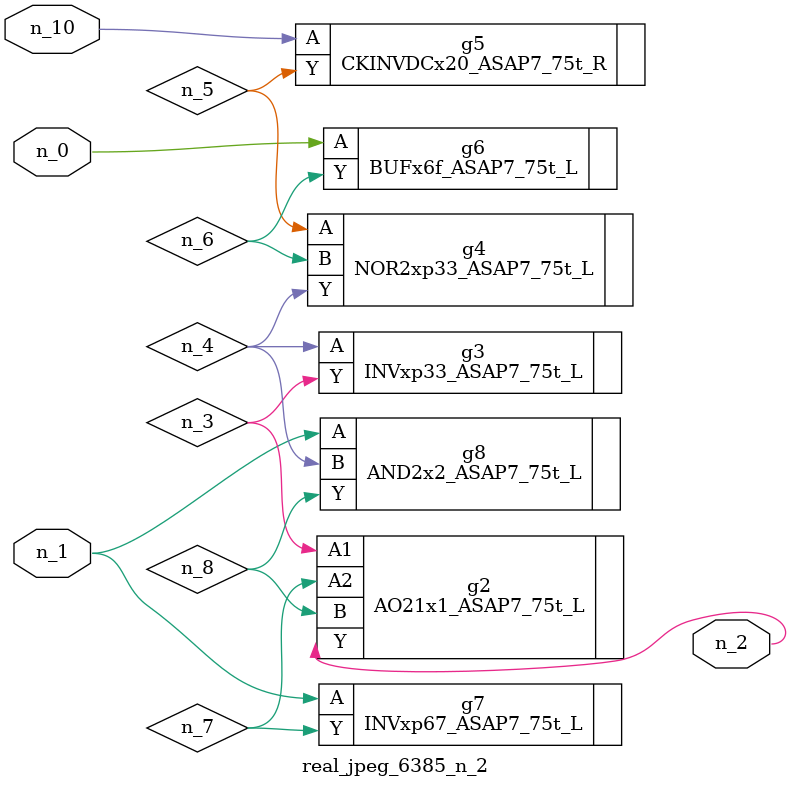
<source format=v>
module real_jpeg_6385_n_2 (n_1, n_10, n_0, n_2);

input n_1;
input n_10;
input n_0;

output n_2;

wire n_5;
wire n_4;
wire n_8;
wire n_6;
wire n_7;
wire n_3;

BUFx6f_ASAP7_75t_L g6 ( 
.A(n_0),
.Y(n_6)
);

INVxp67_ASAP7_75t_L g7 ( 
.A(n_1),
.Y(n_7)
);

AND2x2_ASAP7_75t_L g8 ( 
.A(n_1),
.B(n_4),
.Y(n_8)
);

AO21x1_ASAP7_75t_L g2 ( 
.A1(n_3),
.A2(n_7),
.B(n_8),
.Y(n_2)
);

INVxp33_ASAP7_75t_L g3 ( 
.A(n_4),
.Y(n_3)
);

NOR2xp33_ASAP7_75t_L g4 ( 
.A(n_5),
.B(n_6),
.Y(n_4)
);

CKINVDCx20_ASAP7_75t_R g5 ( 
.A(n_10),
.Y(n_5)
);


endmodule
</source>
